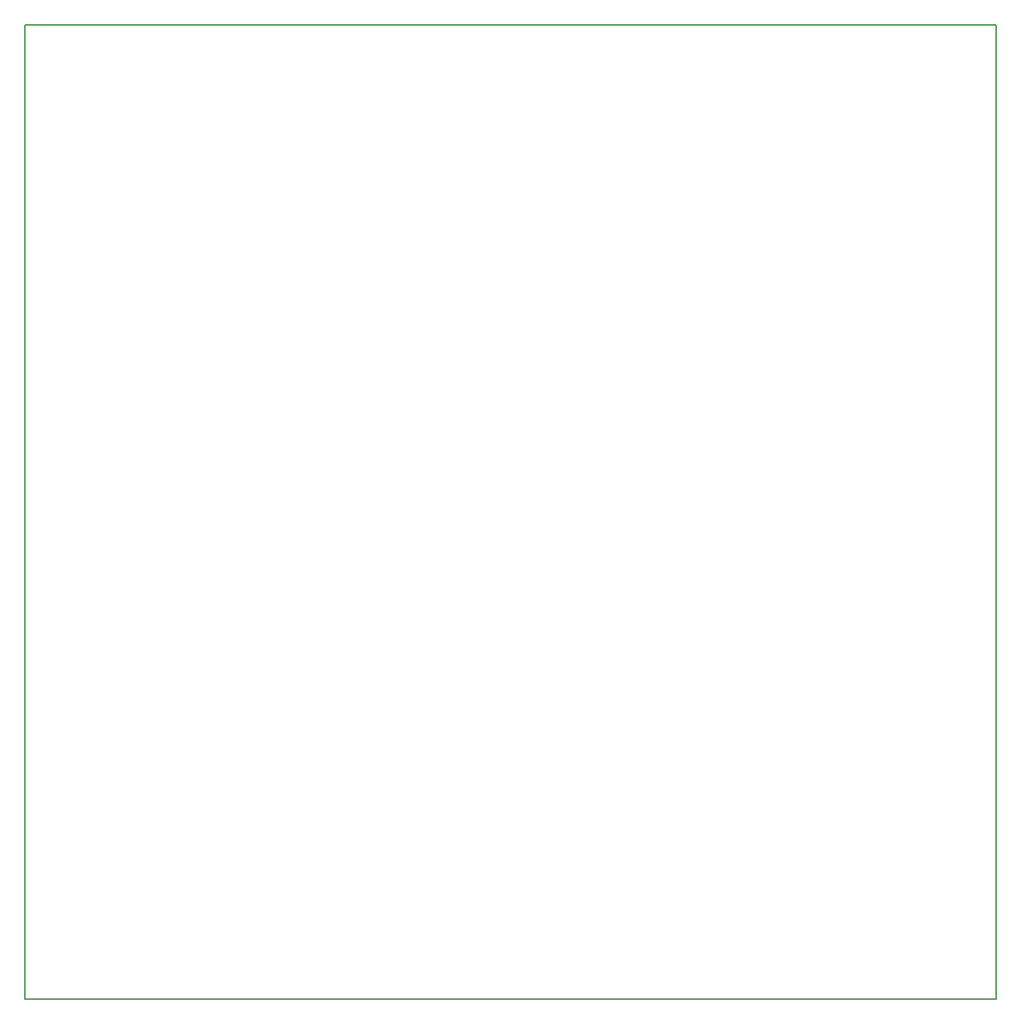
<source format=gbr>
G04 #@! TF.FileFunction,Profile,NP*
%FSLAX46Y46*%
G04 Gerber Fmt 4.6, Leading zero omitted, Abs format (unit mm)*
G04 Created by KiCad (PCBNEW 4.0.5) date 03/01/17 15:39:48*
%MOMM*%
%LPD*%
G01*
G04 APERTURE LIST*
%ADD10C,0.100000*%
%ADD11C,0.150000*%
G04 APERTURE END LIST*
D10*
D11*
X48514000Y-33020000D02*
X48514000Y-33274000D01*
X164084000Y-33020000D02*
X164084000Y-33274000D01*
X48514000Y-148844000D02*
X48514000Y-33274000D01*
X164084000Y-148844000D02*
X48514000Y-148844000D01*
X164084000Y-33274000D02*
X164084000Y-148844000D01*
X48514000Y-33020000D02*
X164084000Y-33020000D01*
M02*

</source>
